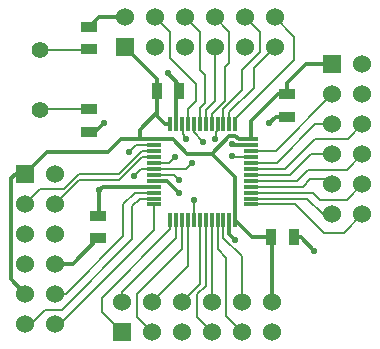
<source format=gtl>
G04 (created by PCBNEW (25-Oct-2014 BZR 4029)-stable) date Tue 03 Feb 2015 19:56:06 CET*
%MOIN*%
G04 Gerber Fmt 3.4, Leading zero omitted, Abs format*
%FSLAX34Y34*%
G01*
G70*
G90*
G04 APERTURE LIST*
%ADD10C,0.006*%
%ADD11R,0.055X0.035*%
%ADD12R,0.035X0.055*%
%ADD13R,0.06X0.06*%
%ADD14C,0.06*%
%ADD15R,0.0512X0.0118*%
%ADD16R,0.0118X0.0512*%
%ADD17C,0.056*%
%ADD18C,0.0217*%
%ADD19C,0.0118*%
G04 APERTURE END LIST*
G54D10*
G54D11*
X39133Y-28995D03*
X39133Y-29745D03*
X32834Y-33050D03*
X32834Y-33800D03*
G54D12*
X34782Y-28897D03*
X35532Y-28897D03*
X38601Y-33759D03*
X39351Y-33759D03*
G54D11*
X32519Y-29506D03*
X32519Y-30256D03*
X32519Y-27500D03*
X32519Y-26750D03*
G54D13*
X30405Y-31653D03*
G54D14*
X31405Y-31653D03*
X30405Y-32653D03*
X31405Y-32653D03*
X30405Y-33653D03*
X31405Y-33653D03*
X30405Y-34653D03*
X31405Y-34653D03*
X30405Y-35653D03*
X31405Y-35653D03*
X30405Y-36653D03*
X31405Y-36653D03*
G54D13*
X33720Y-27429D03*
G54D14*
X33720Y-26429D03*
X34720Y-27429D03*
X34720Y-26429D03*
X35720Y-27429D03*
X35720Y-26429D03*
X36720Y-27429D03*
X36720Y-26429D03*
X37720Y-27429D03*
X37720Y-26429D03*
X38720Y-27429D03*
X38720Y-26429D03*
G54D13*
X40641Y-28011D03*
G54D14*
X41641Y-28011D03*
X40641Y-29011D03*
X41641Y-29011D03*
X40641Y-30011D03*
X41641Y-30011D03*
X40641Y-31011D03*
X41641Y-31011D03*
X40641Y-32011D03*
X41641Y-32011D03*
X40641Y-33011D03*
X41641Y-33011D03*
G54D13*
X33622Y-36917D03*
G54D14*
X33622Y-35917D03*
X34622Y-36917D03*
X34622Y-35917D03*
X35622Y-36917D03*
X35622Y-35917D03*
X36622Y-36917D03*
X36622Y-35917D03*
X37622Y-36917D03*
X37622Y-35917D03*
X38622Y-36917D03*
X38622Y-35917D03*
G54D15*
X34704Y-31102D03*
X34704Y-31299D03*
X34704Y-31496D03*
X34704Y-31692D03*
X34704Y-31889D03*
X34704Y-30511D03*
X34704Y-30708D03*
X34704Y-30905D03*
G54D16*
X35235Y-33208D03*
X35432Y-33208D03*
X35629Y-33208D03*
X35826Y-33208D03*
X36023Y-33208D03*
X36220Y-33208D03*
X36416Y-33208D03*
X36613Y-33208D03*
G54D15*
X37932Y-32677D03*
X37932Y-32480D03*
X37932Y-32283D03*
X37932Y-32086D03*
X37932Y-31889D03*
X37932Y-31692D03*
X37932Y-31496D03*
X37932Y-31299D03*
G54D16*
X37401Y-29980D03*
X37204Y-29980D03*
X37007Y-29980D03*
X36810Y-29980D03*
X36613Y-29980D03*
X36416Y-29980D03*
X36220Y-29980D03*
X36023Y-29980D03*
G54D15*
X34704Y-32086D03*
X34704Y-32283D03*
X34704Y-32480D03*
X34704Y-32677D03*
G54D16*
X36810Y-33208D03*
X37007Y-33208D03*
X37204Y-33208D03*
X37401Y-33208D03*
G54D15*
X37932Y-31102D03*
X37932Y-30905D03*
X37932Y-30708D03*
X37932Y-30511D03*
G54D16*
X35826Y-29980D03*
X35629Y-29980D03*
X35432Y-29980D03*
X35235Y-29980D03*
G54D17*
X30905Y-27543D03*
X30905Y-29543D03*
G54D18*
X36338Y-30590D03*
X35511Y-31850D03*
X35393Y-31102D03*
X35944Y-31299D03*
X34015Y-31732D03*
X37283Y-31062D03*
X36023Y-32519D03*
X36732Y-30511D03*
X35748Y-30511D03*
X33858Y-30944D03*
X32874Y-32204D03*
X37401Y-33858D03*
X38543Y-29960D03*
X33031Y-29960D03*
X35157Y-28307D03*
X35511Y-32283D03*
X40039Y-34212D03*
X37303Y-30649D03*
G54D10*
X36023Y-29980D02*
X36023Y-30275D01*
X36023Y-30275D02*
X36338Y-30590D01*
X36613Y-33208D02*
X36613Y-35909D01*
X36613Y-35909D02*
X36622Y-35917D01*
X35353Y-31692D02*
X34704Y-31692D01*
X35353Y-31692D02*
X35511Y-31850D01*
X34704Y-31299D02*
X35196Y-31299D01*
X35196Y-31299D02*
X35393Y-31102D01*
X32519Y-29506D02*
X30941Y-29506D01*
X30941Y-29506D02*
X30905Y-29543D01*
X34704Y-31496D02*
X35747Y-31496D01*
X35747Y-31496D02*
X35944Y-31299D01*
X34704Y-31496D02*
X34251Y-31496D01*
X34251Y-31496D02*
X34015Y-31732D01*
X30905Y-27543D02*
X32477Y-27543D01*
X32477Y-27543D02*
X32519Y-27500D01*
X33661Y-32677D02*
X34055Y-32283D01*
X31748Y-35653D02*
X33661Y-33740D01*
X33661Y-33740D02*
X33661Y-32677D01*
X31405Y-35653D02*
X31748Y-35653D01*
X34704Y-32283D02*
X34704Y-32283D01*
X34055Y-32283D02*
X34704Y-32283D01*
X33976Y-32716D02*
X34212Y-32480D01*
X30590Y-36653D02*
X31062Y-36181D01*
X31062Y-36181D02*
X31614Y-36181D01*
X31614Y-36181D02*
X33976Y-33818D01*
X33976Y-33818D02*
X33976Y-32716D01*
X30405Y-36653D02*
X30590Y-36653D01*
X34704Y-32480D02*
X34704Y-32480D01*
X34212Y-32480D02*
X34704Y-32480D01*
X37932Y-31299D02*
X38779Y-31299D01*
X40066Y-30011D02*
X40641Y-30011D01*
X38779Y-31299D02*
X40066Y-30011D01*
X37322Y-31102D02*
X37932Y-31102D01*
X37322Y-31102D02*
X37283Y-31062D01*
X37204Y-29980D02*
X37204Y-29606D01*
X38031Y-28118D02*
X38720Y-27429D01*
X38031Y-28779D02*
X38031Y-28118D01*
X37204Y-29606D02*
X38031Y-28779D01*
X31405Y-36653D02*
X31574Y-36653D01*
X34704Y-33523D02*
X34704Y-32677D01*
X31574Y-36653D02*
X34704Y-33523D01*
X35235Y-33208D02*
X35235Y-33504D01*
X32952Y-36248D02*
X33622Y-36917D01*
X32952Y-35787D02*
X32952Y-36248D01*
X35235Y-33504D02*
X32952Y-35787D01*
X35432Y-33208D02*
X35432Y-33779D01*
X33622Y-35590D02*
X33622Y-35917D01*
X35432Y-33779D02*
X33622Y-35590D01*
X34133Y-36338D02*
X34133Y-36429D01*
X35629Y-34173D02*
X34133Y-35669D01*
X34133Y-35669D02*
X34133Y-36338D01*
X35629Y-33208D02*
X35629Y-34173D01*
X34133Y-36429D02*
X34622Y-36917D01*
X35826Y-33208D02*
X35826Y-34712D01*
X35826Y-34712D02*
X34622Y-35917D01*
X36023Y-33208D02*
X36023Y-32519D01*
X36023Y-32519D02*
X36023Y-32519D01*
X39822Y-31515D02*
X41137Y-31515D01*
X39449Y-31889D02*
X39822Y-31515D01*
X37932Y-31889D02*
X39449Y-31889D01*
X41137Y-31515D02*
X41641Y-31011D01*
X36220Y-33208D02*
X36220Y-35318D01*
X36220Y-35318D02*
X35622Y-35917D01*
X36416Y-33208D02*
X36416Y-35394D01*
X36141Y-36437D02*
X36622Y-36917D01*
X36141Y-35669D02*
X36141Y-36437D01*
X36416Y-35394D02*
X36141Y-35669D01*
X37086Y-34448D02*
X37086Y-36381D01*
X36810Y-34173D02*
X37086Y-34448D01*
X36810Y-33208D02*
X36810Y-34173D01*
X37086Y-36381D02*
X37622Y-36917D01*
X37007Y-33208D02*
X37007Y-33779D01*
X37622Y-34393D02*
X37622Y-35917D01*
X37007Y-33779D02*
X37622Y-34393D01*
X40354Y-33622D02*
X41031Y-33622D01*
X39409Y-32677D02*
X40354Y-33622D01*
X37932Y-32677D02*
X39409Y-32677D01*
X41031Y-33622D02*
X41641Y-33011D01*
X37932Y-32480D02*
X39803Y-32480D01*
X40334Y-33011D02*
X40641Y-33011D01*
X39803Y-32480D02*
X40334Y-33011D01*
X40236Y-32519D02*
X41133Y-32519D01*
X40000Y-32283D02*
X40236Y-32519D01*
X37932Y-32283D02*
X40000Y-32283D01*
X41133Y-32519D02*
X41641Y-32011D01*
X39901Y-31830D02*
X40460Y-31830D01*
X39645Y-32086D02*
X39901Y-31830D01*
X37932Y-32086D02*
X39645Y-32086D01*
X40460Y-31830D02*
X40641Y-32011D01*
X38228Y-27598D02*
X38228Y-26937D01*
X37007Y-29980D02*
X37007Y-29488D01*
X37637Y-28858D02*
X37637Y-28188D01*
X37007Y-29488D02*
X37637Y-28858D01*
X38228Y-27598D02*
X37637Y-28188D01*
X38228Y-26937D02*
X37720Y-26429D01*
X36810Y-29980D02*
X36732Y-30511D01*
X36732Y-30511D02*
X36732Y-30511D01*
X37204Y-26913D02*
X36720Y-26429D01*
X37204Y-27952D02*
X37204Y-26913D01*
X37047Y-28110D02*
X37204Y-27952D01*
X37047Y-29212D02*
X37047Y-28110D01*
X36613Y-29645D02*
X37047Y-29212D01*
X36613Y-29980D02*
X36613Y-29645D01*
X36416Y-29980D02*
X36416Y-29527D01*
X36720Y-29224D02*
X36720Y-27429D01*
X36416Y-29527D02*
X36720Y-29224D01*
X36220Y-29980D02*
X36220Y-29448D01*
X36220Y-26929D02*
X35720Y-26429D01*
X36220Y-28188D02*
X36220Y-26929D01*
X36377Y-28346D02*
X36220Y-28188D01*
X36377Y-29291D02*
X36377Y-28346D01*
X36220Y-29448D02*
X36377Y-29291D01*
X35236Y-27795D02*
X35236Y-26944D01*
X36102Y-29212D02*
X36102Y-28661D01*
X35826Y-29488D02*
X36102Y-29212D01*
X35826Y-29980D02*
X35826Y-29488D01*
X36102Y-28661D02*
X35708Y-28267D01*
X35236Y-27795D02*
X35708Y-28267D01*
X35236Y-26944D02*
X34720Y-26429D01*
X35629Y-29980D02*
X35708Y-30472D01*
X35708Y-30472D02*
X35748Y-30511D01*
X34704Y-30708D02*
X34094Y-30708D01*
X34094Y-30708D02*
X33858Y-30944D01*
X33543Y-31653D02*
X32204Y-31653D01*
X34291Y-30905D02*
X33543Y-31653D01*
X34704Y-30905D02*
X34291Y-30905D01*
X30893Y-32165D02*
X30405Y-32653D01*
X31692Y-32165D02*
X30893Y-32165D01*
X32204Y-31653D02*
X31692Y-32165D01*
X33543Y-31850D02*
X32208Y-31850D01*
X34291Y-31102D02*
X33543Y-31850D01*
X34704Y-31102D02*
X34291Y-31102D01*
X32208Y-31850D02*
X31405Y-32653D01*
X40059Y-30492D02*
X41161Y-30492D01*
X39054Y-31496D02*
X40059Y-30492D01*
X37932Y-31496D02*
X39054Y-31496D01*
X41161Y-30492D02*
X41641Y-30011D01*
X37401Y-29980D02*
X37401Y-29842D01*
X39370Y-27078D02*
X38720Y-26429D01*
X39370Y-27874D02*
X39370Y-27078D01*
X37401Y-29842D02*
X39370Y-27874D01*
X37932Y-30905D02*
X38748Y-30905D01*
X38748Y-30905D02*
X40641Y-29011D01*
X39940Y-30984D02*
X40614Y-30984D01*
X39232Y-31692D02*
X39940Y-30984D01*
X37932Y-31692D02*
X39232Y-31692D01*
X40614Y-30984D02*
X40641Y-31011D01*
G54D19*
X36614Y-30984D02*
X35787Y-30984D01*
X35314Y-30511D02*
X34704Y-30511D01*
X35787Y-30984D02*
X35314Y-30511D01*
X37401Y-33208D02*
X37401Y-31771D01*
X37519Y-30511D02*
X37401Y-30393D01*
X37401Y-30393D02*
X37204Y-30393D01*
X37204Y-30393D02*
X36614Y-30984D01*
X37519Y-30511D02*
X37932Y-30511D01*
X37401Y-31771D02*
X36614Y-30984D01*
X34212Y-30511D02*
X34212Y-30196D01*
X34212Y-30196D02*
X34803Y-29606D01*
X34704Y-32086D02*
X32992Y-32086D01*
X32992Y-32086D02*
X32874Y-32204D01*
X32874Y-32204D02*
X32874Y-33010D01*
X32874Y-33010D02*
X32834Y-33050D01*
X29921Y-32795D02*
X29921Y-35169D01*
X30078Y-31653D02*
X29921Y-31811D01*
X29921Y-31811D02*
X29921Y-32795D01*
X30405Y-31653D02*
X30078Y-31653D01*
X29921Y-35169D02*
X30405Y-35653D01*
X38622Y-35917D02*
X38622Y-33780D01*
X38622Y-33780D02*
X38601Y-33759D01*
X38601Y-33759D02*
X37953Y-33759D01*
X37953Y-33759D02*
X37401Y-33208D01*
X40641Y-28011D02*
X39763Y-28011D01*
X39133Y-28641D02*
X39271Y-28503D01*
X39133Y-28641D02*
X39133Y-28995D01*
X39763Y-28011D02*
X39271Y-28503D01*
X37932Y-30511D02*
X37932Y-29901D01*
X37932Y-29901D02*
X37992Y-29842D01*
X38839Y-28995D02*
X37992Y-29842D01*
X38839Y-28995D02*
X39133Y-28995D01*
X34782Y-28897D02*
X34782Y-28491D01*
X34782Y-28491D02*
X33720Y-27429D01*
X34803Y-29724D02*
X34803Y-29606D01*
X35235Y-29980D02*
X35059Y-29980D01*
X35059Y-29980D02*
X34803Y-29724D01*
X34803Y-29606D02*
X34803Y-28918D01*
X34803Y-28918D02*
X34782Y-28897D01*
X34704Y-30511D02*
X34212Y-30511D01*
X34212Y-30511D02*
X33583Y-30511D01*
X31114Y-30944D02*
X30405Y-31653D01*
X33149Y-30944D02*
X31114Y-30944D01*
X33583Y-30511D02*
X33149Y-30944D01*
X37204Y-33208D02*
X37204Y-33661D01*
X37204Y-33661D02*
X37401Y-33858D01*
X39133Y-29745D02*
X38758Y-29745D01*
X38758Y-29745D02*
X38543Y-29960D01*
X32519Y-26750D02*
X32540Y-26750D01*
X32862Y-26429D02*
X33720Y-26429D01*
X32540Y-26750D02*
X32862Y-26429D01*
X32519Y-30256D02*
X32735Y-30256D01*
X32735Y-30256D02*
X33031Y-29960D01*
X35532Y-28897D02*
X35532Y-28682D01*
X35532Y-28682D02*
X35157Y-28307D01*
X34704Y-31889D02*
X35117Y-31889D01*
X35117Y-31889D02*
X35511Y-32283D01*
X31405Y-34653D02*
X31981Y-34653D01*
X31981Y-34653D02*
X32834Y-33800D01*
X39351Y-33759D02*
X39586Y-33759D01*
X39586Y-33759D02*
X40039Y-34212D01*
X37932Y-30708D02*
X37362Y-30708D01*
X37362Y-30708D02*
X37303Y-30649D01*
X35432Y-29980D02*
X35432Y-28997D01*
X35432Y-28997D02*
X35532Y-28897D01*
M02*

</source>
